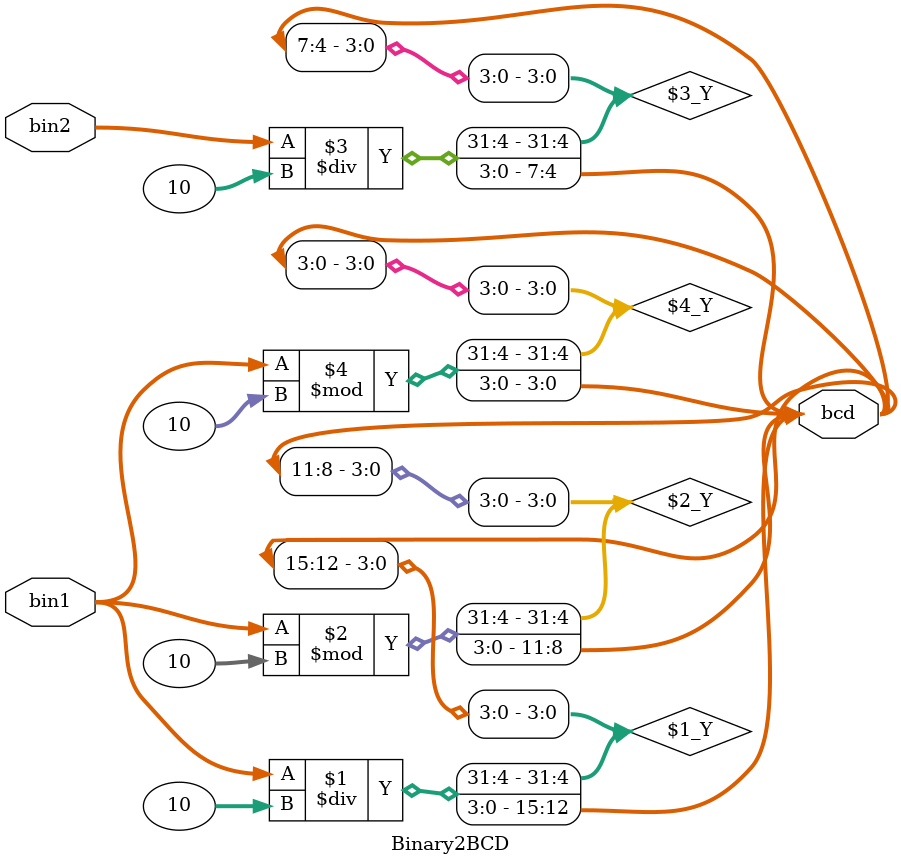
<source format=v>
module Binary2BCD(bin1,bin2,bcd);//这个模块弃用了

input[7:0] bin1;
input[7:0] bin2;

output[15:0] bcd;

assign bcd[15:12]=bin1/10;
assign bcd[11:8]=bin1%10;
assign bcd[7:4]=bin2/10;
assign bcd[3:0]=bin1%10;

endmodule
</source>
